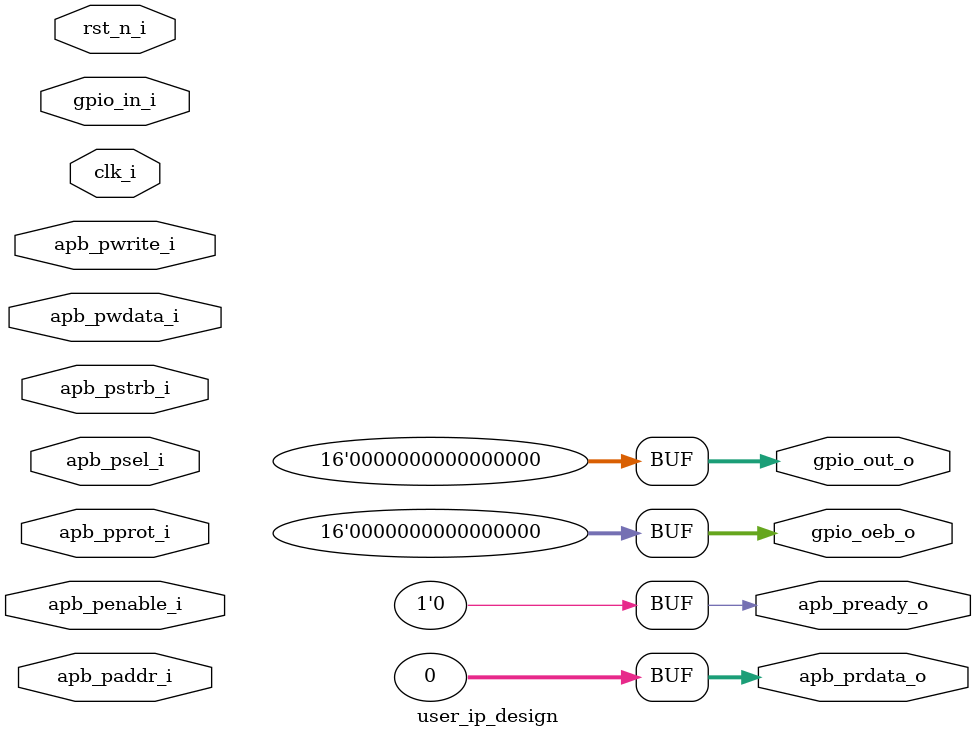
<source format=sv>
module user_ip_design (
    input  logic        clk_i,
    input  logic        rst_n_i,
    output logic [15:0] gpio_out_o,
    input  logic [15:0] gpio_in_i,
    output logic [15:0] gpio_oeb_o,
    input  logic [31:0] apb_paddr_i,
    input  logic [ 2:0] apb_pprot_i,
    input  logic        apb_psel_i,
    input  logic        apb_penable_i,
    input  logic        apb_pwrite_i,
    input  logic [31:0] apb_pwdata_i,
    input  logic [ 3:0] apb_pstrb_i,
    output logic        apb_pready_o,
    output logic [31:0] apb_prdata_o
);

  assign gpio_out_o   = '0;
  assign gpio_oeb_o   = '0;
  assign apb_pready_o = '0;
  assign apb_prdata_o = '0;

endmodule

</source>
